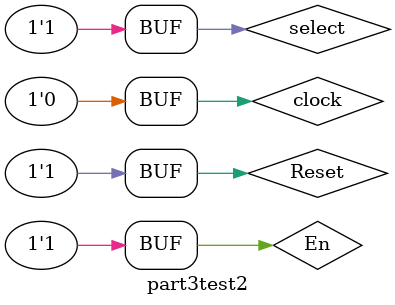
<source format=v>
`timescale 1ns / 1ps


module part3test2;

	// Inputs
	reg clock;
	reg Reset;
	reg En;

	// Instantiate the Unit Under Test (UUT)
	TwoBitCounter uut (
		.clock(clock), 
		.Reset(Reset), 
		.En(En)
	);

	initial begin
		// Initialize Inputs
		clock = 0;
		Reset = 0;
		En = 0;

		// Wait 100 ns for global reset to finish
		#100;
		
		Reset = 1;
		En = 1;
      select = 10;

      #100
      select = 11;

      #100
      select = 01;		
		// Add stimulus here

        
		// Add stimulus here

	end
      
endmodule


</source>
